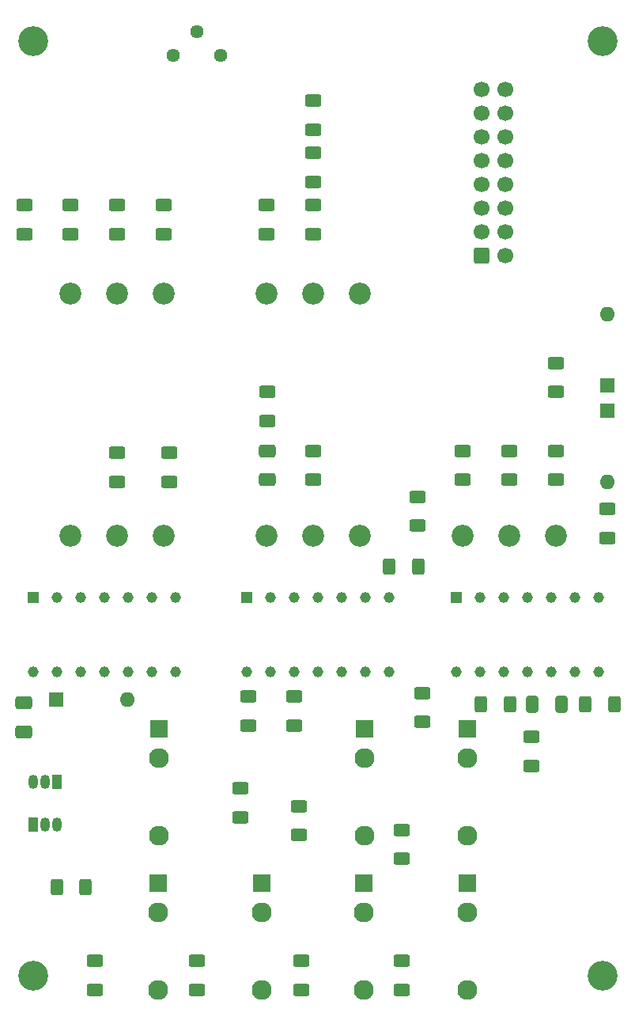
<source format=gbr>
%TF.GenerationSoftware,KiCad,Pcbnew,7.0.2*%
%TF.CreationDate,2023-05-22T18:24:12+02:00*%
%TF.ProjectId,VCO_EURORACK,56434f5f-4555-4524-9f52-41434b2e6b69,rev?*%
%TF.SameCoordinates,Original*%
%TF.FileFunction,Soldermask,Bot*%
%TF.FilePolarity,Negative*%
%FSLAX46Y46*%
G04 Gerber Fmt 4.6, Leading zero omitted, Abs format (unit mm)*
G04 Created by KiCad (PCBNEW 7.0.2) date 2023-05-22 18:24:12*
%MOMM*%
%LPD*%
G01*
G04 APERTURE LIST*
G04 Aperture macros list*
%AMRoundRect*
0 Rectangle with rounded corners*
0 $1 Rounding radius*
0 $2 $3 $4 $5 $6 $7 $8 $9 X,Y pos of 4 corners*
0 Add a 4 corners polygon primitive as box body*
4,1,4,$2,$3,$4,$5,$6,$7,$8,$9,$2,$3,0*
0 Add four circle primitives for the rounded corners*
1,1,$1+$1,$2,$3*
1,1,$1+$1,$4,$5*
1,1,$1+$1,$6,$7*
1,1,$1+$1,$8,$9*
0 Add four rect primitives between the rounded corners*
20,1,$1+$1,$2,$3,$4,$5,0*
20,1,$1+$1,$4,$5,$6,$7,0*
20,1,$1+$1,$6,$7,$8,$9,0*
20,1,$1+$1,$8,$9,$2,$3,0*%
G04 Aperture macros list end*
%ADD10RoundRect,0.250000X0.625000X-0.400000X0.625000X0.400000X-0.625000X0.400000X-0.625000X-0.400000X0*%
%ADD11RoundRect,0.250000X-0.625000X0.400000X-0.625000X-0.400000X0.625000X-0.400000X0.625000X0.400000X0*%
%ADD12RoundRect,0.250000X0.400000X0.625000X-0.400000X0.625000X-0.400000X-0.625000X0.400000X-0.625000X0*%
%ADD13RoundRect,0.250000X-0.400000X-0.625000X0.400000X-0.625000X0.400000X0.625000X-0.400000X0.625000X0*%
%ADD14RoundRect,0.250000X0.412500X0.650000X-0.412500X0.650000X-0.412500X-0.650000X0.412500X-0.650000X0*%
%ADD15RoundRect,0.250000X0.650000X-0.412500X0.650000X0.412500X-0.650000X0.412500X-0.650000X-0.412500X0*%
%ADD16RoundRect,0.250000X-0.650000X0.412500X-0.650000X-0.412500X0.650000X-0.412500X0.650000X0.412500X0*%
%ADD17C,2.340000*%
%ADD18C,3.200000*%
%ADD19R,1.930000X1.830000*%
%ADD20C,2.130000*%
%ADD21C,1.440000*%
%ADD22R,1.600000X1.600000*%
%ADD23O,1.600000X1.600000*%
%ADD24RoundRect,0.250000X-0.600000X-0.600000X0.600000X-0.600000X0.600000X0.600000X-0.600000X0.600000X0*%
%ADD25C,1.700000*%
%ADD26R,1.170000X1.170000*%
%ADD27C,1.170000*%
%ADD28R,1.050000X1.500000*%
%ADD29O,1.050000X1.500000*%
G04 APERTURE END LIST*
D10*
%TO.C,TH4*%
X134580000Y-124620000D03*
X134580000Y-121520000D03*
%TD*%
D11*
%TO.C,TH3*%
X121380000Y-85620000D03*
X121380000Y-88720000D03*
%TD*%
D10*
%TO.C,TH2*%
X142380000Y-56620000D03*
X142380000Y-53520000D03*
%TD*%
D11*
%TO.C,TH1*%
X111480000Y-59120000D03*
X111480000Y-62220000D03*
%TD*%
%TO.C,R29*%
X151880000Y-139970000D03*
X151880000Y-143070000D03*
%TD*%
D10*
%TO.C,R28*%
X151880000Y-129070000D03*
X151880000Y-125970000D03*
%TD*%
D12*
%TO.C,R27*%
X163430000Y-112570000D03*
X160330000Y-112570000D03*
%TD*%
D10*
%TO.C,R26*%
X165780000Y-119120000D03*
X165780000Y-116020000D03*
%TD*%
D11*
%TO.C,R25*%
X168380000Y-85420000D03*
X168380000Y-88520000D03*
%TD*%
%TO.C,R24*%
X168380000Y-76020000D03*
X168380000Y-79120000D03*
%TD*%
%TO.C,R23*%
X173880000Y-94720000D03*
X173880000Y-91620000D03*
%TD*%
%TO.C,R22*%
X141080000Y-139970000D03*
X141080000Y-143070000D03*
%TD*%
D12*
%TO.C,R21*%
X174630000Y-112570000D03*
X171530000Y-112570000D03*
%TD*%
D11*
%TO.C,R20*%
X154080000Y-111320000D03*
X154080000Y-114420000D03*
%TD*%
%TO.C,R19*%
X158380000Y-85420000D03*
X158380000Y-88520000D03*
%TD*%
D10*
%TO.C,R18*%
X163380000Y-88520000D03*
X163380000Y-85420000D03*
%TD*%
%TO.C,R17*%
X142380000Y-88520000D03*
X142380000Y-85420000D03*
%TD*%
D11*
%TO.C,R16*%
X129980000Y-139970000D03*
X129980000Y-143070000D03*
%TD*%
D10*
%TO.C,R15*%
X135480000Y-114820000D03*
X135480000Y-111720000D03*
%TD*%
%TO.C,R14*%
X140380000Y-114820000D03*
X140380000Y-111720000D03*
%TD*%
D11*
%TO.C,R13*%
X118980000Y-139970000D03*
X118980000Y-143070000D03*
%TD*%
D13*
%TO.C,R12*%
X150530000Y-97770000D03*
X153630000Y-97770000D03*
%TD*%
D11*
%TO.C,R11*%
X153580000Y-90320000D03*
X153580000Y-93420000D03*
%TD*%
%TO.C,R10*%
X137480000Y-79120000D03*
X137480000Y-82220000D03*
%TD*%
D12*
%TO.C,R9*%
X118030000Y-132070000D03*
X114930000Y-132070000D03*
%TD*%
D11*
%TO.C,R8*%
X142380000Y-47970000D03*
X142380000Y-51070000D03*
%TD*%
D10*
%TO.C,R7*%
X142380000Y-62220000D03*
X142380000Y-59120000D03*
%TD*%
%TO.C,R6*%
X121380000Y-62220000D03*
X121380000Y-59120000D03*
%TD*%
%TO.C,R5*%
X140880000Y-126520000D03*
X140880000Y-123420000D03*
%TD*%
%TO.C,R4*%
X126980000Y-88720000D03*
X126980000Y-85620000D03*
%TD*%
%TO.C,R3*%
X137380000Y-62220000D03*
X137380000Y-59120000D03*
%TD*%
%TO.C,R2*%
X116380000Y-62220000D03*
X116380000Y-59120000D03*
%TD*%
D11*
%TO.C,R1*%
X126380000Y-59120000D03*
X126380000Y-62220000D03*
%TD*%
D14*
%TO.C,C3*%
X168942500Y-112570000D03*
X165817500Y-112570000D03*
%TD*%
D15*
%TO.C,C2*%
X137480000Y-85407500D03*
X137480000Y-88532500D03*
%TD*%
D16*
%TO.C,C1*%
X111380000Y-112370000D03*
X111380000Y-115495000D03*
%TD*%
D17*
%TO.C,RV5*%
X147380000Y-94470000D03*
X142380000Y-94470000D03*
X137380000Y-94470000D03*
%TD*%
D18*
%TO.C,REF\u002A\u002A*%
X173380000Y-141570000D03*
%TD*%
D19*
%TO.C,J3*%
X147880000Y-115170000D03*
D20*
X147880000Y-126570000D03*
X147880000Y-118270000D03*
%TD*%
D19*
%TO.C,J7*%
X147830000Y-131670000D03*
D20*
X147830000Y-143070000D03*
X147830000Y-134770000D03*
%TD*%
D18*
%TO.C,REF\u002A\u002A*%
X173380000Y-41570000D03*
%TD*%
D17*
%TO.C,RV6*%
X168380000Y-94470000D03*
X163380000Y-94470000D03*
X158380000Y-94470000D03*
%TD*%
%TO.C,RV1*%
X126380000Y-68570000D03*
X121380000Y-68570000D03*
X116380000Y-68570000D03*
%TD*%
D18*
%TO.C,REF\u002A\u002A*%
X112380000Y-41570000D03*
%TD*%
D19*
%TO.C,J4*%
X125830000Y-131670000D03*
D20*
X125830000Y-143070000D03*
X125830000Y-134770000D03*
%TD*%
D19*
%TO.C,J2*%
X125880000Y-115170000D03*
D20*
X125880000Y-126570000D03*
X125880000Y-118270000D03*
%TD*%
D17*
%TO.C,RV2*%
X147380000Y-68570000D03*
X142380000Y-68570000D03*
X137380000Y-68570000D03*
%TD*%
D19*
%TO.C,J8*%
X158880000Y-131670000D03*
D20*
X158880000Y-143070000D03*
X158880000Y-134770000D03*
%TD*%
D18*
%TO.C,REF\u002A\u002A*%
X112380000Y-141570000D03*
%TD*%
D17*
%TO.C,RV3*%
X126380000Y-94470000D03*
X121380000Y-94470000D03*
X116380000Y-94470000D03*
%TD*%
D19*
%TO.C,J6*%
X158880000Y-115170000D03*
D20*
X158880000Y-126570000D03*
X158880000Y-118270000D03*
%TD*%
D19*
%TO.C,J5*%
X136880000Y-131670000D03*
D20*
X136880000Y-143070000D03*
X136880000Y-134770000D03*
%TD*%
D21*
%TO.C,RV4*%
X132460000Y-43070000D03*
X129920000Y-40530000D03*
X127380000Y-43070000D03*
%TD*%
D22*
%TO.C,D2*%
X173880000Y-78400000D03*
D23*
X173880000Y-70780000D03*
%TD*%
D24*
%TO.C,J1*%
X160380000Y-64570000D03*
D25*
X162920000Y-64570000D03*
X160380000Y-62030000D03*
X162920000Y-62030000D03*
X160380000Y-59490000D03*
X162920000Y-59490000D03*
X160380000Y-56950000D03*
X162920000Y-56950000D03*
X160380000Y-54410000D03*
X162920000Y-54410000D03*
X160380000Y-51870000D03*
X162920000Y-51870000D03*
X160380000Y-49330000D03*
X162920000Y-49330000D03*
X160380000Y-46790000D03*
X162920000Y-46790000D03*
%TD*%
D26*
%TO.C,U1*%
X112380000Y-101130000D03*
D27*
X114920000Y-101130000D03*
X117460000Y-101130000D03*
X120000000Y-101130000D03*
X122540000Y-101130000D03*
X125080000Y-101130000D03*
X127620000Y-101130000D03*
X127620000Y-109070000D03*
X125080000Y-109070000D03*
X122540000Y-109070000D03*
X120000000Y-109070000D03*
X117460000Y-109070000D03*
X114920000Y-109070000D03*
X112380000Y-109070000D03*
%TD*%
D28*
%TO.C,Q2*%
X114980000Y-120870000D03*
D29*
X113710000Y-120870000D03*
X112440000Y-120870000D03*
%TD*%
D22*
%TO.C,D3*%
X173880000Y-81160000D03*
D23*
X173880000Y-88780000D03*
%TD*%
D26*
%TO.C,U2*%
X135300000Y-101100000D03*
D27*
X137840000Y-101100000D03*
X140380000Y-101100000D03*
X142920000Y-101100000D03*
X145460000Y-101100000D03*
X148000000Y-101100000D03*
X150540000Y-101100000D03*
X150540000Y-109040000D03*
X148000000Y-109040000D03*
X145460000Y-109040000D03*
X142920000Y-109040000D03*
X140380000Y-109040000D03*
X137840000Y-109040000D03*
X135300000Y-109040000D03*
%TD*%
D26*
%TO.C,U3*%
X157720000Y-101130000D03*
D27*
X160260000Y-101130000D03*
X162800000Y-101130000D03*
X165340000Y-101130000D03*
X167880000Y-101130000D03*
X170420000Y-101130000D03*
X172960000Y-101130000D03*
X172960000Y-109070000D03*
X170420000Y-109070000D03*
X167880000Y-109070000D03*
X165340000Y-109070000D03*
X162800000Y-109070000D03*
X160260000Y-109070000D03*
X157720000Y-109070000D03*
%TD*%
D22*
%TO.C,D1*%
X114880000Y-112070000D03*
D23*
X122500000Y-112070000D03*
%TD*%
D28*
%TO.C,Q1*%
X112440000Y-125370000D03*
D29*
X113710000Y-125370000D03*
X114980000Y-125370000D03*
%TD*%
M02*

</source>
